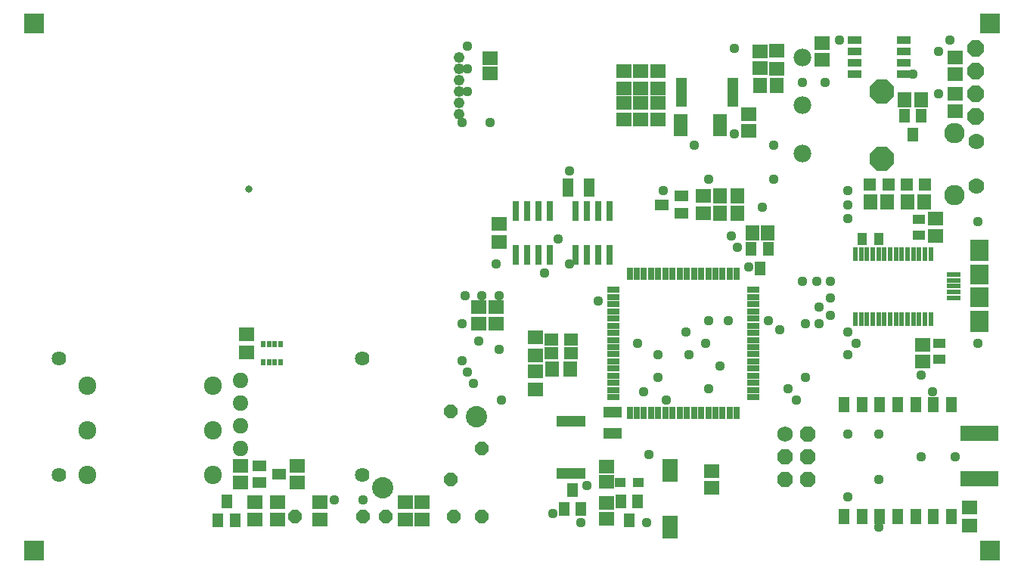
<source format=gbs>
G75*
G70*
%OFA0B0*%
%FSLAX24Y24*%
%IPPOS*%
%LPD*%
%AMOC8*
5,1,8,0,0,1.08239X$1,22.5*
%
%ADD10C,0.0316*%
%ADD11R,0.1680X0.0680*%
%ADD12R,0.0592X0.0710*%
%ADD13R,0.0710X0.0592*%
%ADD14R,0.0550X0.0300*%
%ADD15R,0.0300X0.0550*%
%ADD16R,0.0671X0.0592*%
%ADD17R,0.0552X0.0395*%
%ADD18R,0.0395X0.0552*%
%ADD19R,0.0217X0.0630*%
%ADD20R,0.0631X0.0237*%
%ADD21R,0.0828X0.0867*%
%ADD22R,0.0828X0.0946*%
%ADD23R,0.0552X0.0552*%
%ADD24OC8,0.0740*%
%ADD25R,0.0592X0.0671*%
%ADD26R,0.0710X0.0986*%
%ADD27OC8,0.0600*%
%ADD28R,0.0474X0.0631*%
%ADD29R,0.0474X0.0395*%
%ADD30R,0.0631X0.0474*%
%ADD31R,0.0474X0.0671*%
%ADD32C,0.0940*%
%ADD33C,0.0702*%
%ADD34C,0.0612*%
%ADD35R,0.0218X0.0277*%
%ADD36R,0.0592X0.0356*%
%ADD37C,0.0900*%
%ADD38C,0.0700*%
%ADD39OC8,0.1080*%
%ADD40R,0.0630X0.0190*%
%ADD41C,0.0477*%
%ADD42C,0.0680*%
%ADD43OC8,0.0680*%
%ADD44R,0.0300X0.0860*%
%ADD45R,0.0828X0.0513*%
%ADD46R,0.0631X0.0552*%
%ADD47R,0.0474X0.1261*%
%ADD48R,0.1261X0.0474*%
%ADD49R,0.0290X0.0860*%
%ADD50R,0.0513X0.0828*%
%ADD51C,0.0780*%
%ADD52C,0.0437*%
%ADD53R,0.0867X0.0867*%
%ADD54C,0.0640*%
D10*
X010423Y017264D03*
D11*
X042632Y006476D03*
X042632Y004476D03*
D12*
X024599Y009316D03*
X023812Y009316D03*
D13*
X023081Y009210D03*
X023081Y009922D03*
X023081Y010710D03*
X023081Y008422D03*
X017331Y003460D03*
X017331Y002672D03*
X013581Y002672D03*
X013581Y003460D03*
X011706Y003460D03*
X011706Y002672D03*
X010331Y010047D03*
X010331Y010835D03*
X021456Y014922D03*
X021456Y015710D03*
X028456Y021672D03*
X028456Y022460D03*
X033706Y022547D03*
X033706Y023335D03*
X040706Y015960D03*
X040706Y015172D03*
X042206Y003210D03*
X042206Y002422D03*
D14*
X032652Y008079D03*
X032652Y008394D03*
X032652Y008709D03*
X032652Y009024D03*
X032652Y009339D03*
X032652Y009653D03*
X032652Y009968D03*
X032652Y010283D03*
X032652Y010598D03*
X032652Y010913D03*
X032652Y011228D03*
X032652Y011543D03*
X032652Y011858D03*
X032652Y012173D03*
X032652Y012488D03*
X032652Y012803D03*
X026510Y012803D03*
X026510Y012488D03*
X026510Y012173D03*
X026510Y011858D03*
X026510Y011543D03*
X026510Y011228D03*
X026510Y010913D03*
X026510Y010598D03*
X026510Y010283D03*
X026510Y009968D03*
X026510Y009653D03*
X026510Y009339D03*
X026510Y009024D03*
X026510Y008709D03*
X026510Y008394D03*
X026510Y008079D03*
D15*
X027218Y007370D03*
X027533Y007370D03*
X027848Y007370D03*
X028163Y007370D03*
X028478Y007370D03*
X028793Y007370D03*
X029108Y007370D03*
X029423Y007370D03*
X029738Y007370D03*
X030053Y007370D03*
X030368Y007370D03*
X030683Y007370D03*
X030998Y007370D03*
X031313Y007370D03*
X031628Y007370D03*
X031943Y007370D03*
X031943Y013512D03*
X031628Y013512D03*
X031313Y013512D03*
X030998Y013512D03*
X030683Y013512D03*
X030368Y013512D03*
X030053Y013512D03*
X029738Y013512D03*
X029423Y013512D03*
X029108Y013512D03*
X028793Y013512D03*
X028478Y013512D03*
X028163Y013512D03*
X027848Y013512D03*
X027533Y013512D03*
X027218Y013512D03*
D16*
X030456Y016192D03*
X030456Y016940D03*
X032456Y019817D03*
X032456Y020565D03*
X032956Y022567D03*
X032956Y023315D03*
X035706Y022942D03*
X035706Y023690D03*
X041581Y023065D03*
X041581Y022317D03*
X041581Y021440D03*
X041581Y020692D03*
X028456Y021065D03*
X027706Y021065D03*
X026956Y021065D03*
X026956Y021692D03*
X027706Y021692D03*
X027706Y022440D03*
X026956Y022440D03*
X026956Y020317D03*
X027706Y020317D03*
X028456Y020317D03*
X021081Y022356D03*
X021081Y023026D03*
X021331Y012065D03*
X020581Y012065D03*
X020581Y011317D03*
X021331Y011317D03*
X012581Y005065D03*
X012581Y004317D03*
X010706Y003440D03*
X010706Y002692D03*
X010081Y004317D03*
X010081Y005065D03*
X018081Y003440D03*
X018081Y002692D03*
X026206Y002731D03*
X026206Y003401D03*
X026206Y004356D03*
X026206Y005026D03*
X030831Y004815D03*
X030831Y004067D03*
X040116Y009641D03*
X040116Y010389D03*
D17*
X040882Y010456D03*
X040882Y009747D03*
X039956Y015212D03*
X039956Y015920D03*
D18*
X038185Y015066D03*
X037476Y015066D03*
D19*
X037423Y014380D03*
X037167Y014380D03*
X037679Y014380D03*
X037935Y014380D03*
X038191Y014380D03*
X038447Y014380D03*
X038703Y014380D03*
X038959Y014380D03*
X039215Y014380D03*
X039470Y014380D03*
X039726Y014380D03*
X039982Y014380D03*
X040238Y014380D03*
X040494Y014380D03*
X040494Y011502D03*
X040238Y011502D03*
X039982Y011502D03*
X039726Y011502D03*
X039470Y011502D03*
X039215Y011502D03*
X038959Y011502D03*
X038703Y011502D03*
X038447Y011502D03*
X038191Y011502D03*
X037935Y011502D03*
X037679Y011502D03*
X037423Y011502D03*
X037167Y011502D03*
D20*
X041510Y012465D03*
X041510Y012720D03*
X041510Y012976D03*
X041510Y013232D03*
X041510Y013488D03*
D21*
X042632Y013468D03*
X042632Y012484D03*
D22*
X042632Y011402D03*
X042632Y014551D03*
D23*
X040244Y017441D03*
X039417Y017441D03*
X038619Y017441D03*
X037792Y017441D03*
D24*
X042456Y020441D03*
X042456Y021441D03*
X042456Y022441D03*
X042456Y023441D03*
D25*
X040080Y021191D03*
X039332Y021191D03*
X033705Y021816D03*
X032957Y021816D03*
X031955Y016941D03*
X031207Y016941D03*
X031207Y016191D03*
X031955Y016191D03*
X032621Y015316D03*
X033290Y015316D03*
X037832Y016691D03*
X038580Y016691D03*
X039457Y016691D03*
X040205Y016691D03*
D26*
X029007Y004841D03*
X029007Y002361D03*
D27*
X020706Y002816D03*
X019456Y002816D03*
X019331Y004441D03*
X020706Y005816D03*
X019331Y007441D03*
X016456Y002816D03*
X015456Y002816D03*
X012456Y002816D03*
D28*
X009830Y002633D03*
X009082Y002633D03*
X009456Y003499D03*
X024332Y003133D03*
X025080Y003133D03*
X024706Y003999D03*
X026832Y003499D03*
X027580Y003499D03*
X027206Y002633D03*
X032956Y013758D03*
X033330Y014624D03*
X032582Y014624D03*
X039706Y019633D03*
X040080Y020499D03*
X039332Y020499D03*
D29*
X027599Y004316D03*
X026812Y004316D03*
D30*
X011764Y004691D03*
X010898Y005065D03*
X010898Y004317D03*
X029514Y016192D03*
X028648Y016566D03*
X029514Y016940D03*
D31*
X036672Y007765D03*
X037460Y007765D03*
X038247Y007765D03*
X039034Y007765D03*
X039822Y007765D03*
X040609Y007765D03*
X041397Y007765D03*
X041397Y002804D03*
X040609Y002804D03*
X039822Y002804D03*
X039034Y002804D03*
X038247Y002804D03*
X037460Y002804D03*
X036672Y002804D03*
D32*
X020452Y007227D03*
X016318Y004074D03*
D33*
X008799Y004625D02*
X008799Y004703D01*
X008877Y004703D01*
X008877Y004625D01*
X008799Y004625D01*
X008800Y006593D02*
X008800Y006671D01*
X008878Y006671D01*
X008878Y006593D01*
X008800Y006593D01*
X008800Y008561D02*
X008800Y008639D01*
X008878Y008639D01*
X008878Y008561D01*
X008800Y008561D01*
X003257Y008563D02*
X003257Y008641D01*
X003335Y008641D01*
X003335Y008563D01*
X003257Y008563D01*
X003255Y006668D02*
X003255Y006590D01*
X003255Y006668D02*
X003333Y006668D01*
X003333Y006590D01*
X003255Y006590D01*
X003260Y004702D02*
X003260Y004624D01*
X003260Y004702D02*
X003338Y004702D01*
X003338Y004624D01*
X003260Y004624D01*
D34*
X010019Y005769D02*
X010087Y005769D01*
X010019Y005769D02*
X010019Y005837D01*
X010087Y005837D01*
X010087Y005769D01*
X010087Y006769D02*
X010019Y006769D01*
X010019Y006837D01*
X010087Y006837D01*
X010087Y006769D01*
X010087Y007769D02*
X010019Y007769D01*
X010019Y007837D01*
X010087Y007837D01*
X010087Y007769D01*
X010087Y008769D02*
X010019Y008769D01*
X010019Y008837D01*
X010087Y008837D01*
X010087Y008769D01*
D35*
X011068Y009615D03*
X011324Y009615D03*
X011580Y009615D03*
X011836Y009615D03*
X011836Y010422D03*
X011580Y010422D03*
X011324Y010422D03*
X011068Y010422D03*
D36*
X037123Y022316D03*
X037123Y022816D03*
X037123Y023316D03*
X037123Y023816D03*
X039288Y023816D03*
X039288Y023316D03*
X039288Y022816D03*
X039288Y022316D03*
D37*
X041523Y019729D03*
X041523Y016973D03*
D38*
X042507Y017367D03*
X042507Y019336D03*
D39*
X038331Y018586D03*
X038331Y021546D03*
D40*
X031191Y020456D03*
X031191Y020266D03*
X031191Y020066D03*
X031191Y019866D03*
X031191Y019676D03*
X029471Y019676D03*
X029471Y019866D03*
X029471Y020066D03*
X029471Y020266D03*
X029471Y020456D03*
D41*
X019706Y020566D03*
X019706Y021066D03*
X019706Y021566D03*
X019706Y022066D03*
X019706Y022566D03*
X019706Y023066D03*
D42*
X034064Y006450D03*
D43*
X035064Y006450D03*
X035064Y005450D03*
X034064Y005450D03*
X034064Y004450D03*
X035064Y004450D03*
D44*
X023706Y014346D03*
X023206Y014346D03*
X022706Y014346D03*
X022206Y014346D03*
X022206Y016286D03*
X022706Y016286D03*
X023206Y016286D03*
X023706Y016286D03*
D45*
X026456Y007413D03*
X026456Y006468D03*
D46*
X024639Y010001D03*
X023773Y010001D03*
X023773Y010631D03*
X024639Y010631D03*
D47*
X029494Y021522D03*
X031777Y021522D03*
D48*
X024625Y007013D03*
X024625Y004729D03*
D49*
X024831Y014346D03*
X025331Y014346D03*
X025831Y014346D03*
X026331Y014346D03*
X026331Y016286D03*
X025831Y016286D03*
X025331Y016286D03*
X024831Y016286D03*
D50*
X024483Y017316D03*
X025428Y017316D03*
D51*
X034831Y018816D03*
X034831Y020941D03*
X034831Y023066D03*
D52*
X034831Y021941D03*
X035831Y021941D03*
X036456Y023816D03*
X039706Y022316D03*
X040831Y021441D03*
X040831Y023316D03*
X041331Y023816D03*
X033581Y019191D03*
X031831Y019676D03*
X031831Y019691D03*
X030081Y019191D03*
X030706Y017691D03*
X028706Y017191D03*
X031706Y015191D03*
X031956Y014691D03*
X032456Y013816D03*
X034831Y013191D03*
X035456Y013191D03*
X036081Y013191D03*
X036081Y012441D03*
X035581Y012066D03*
X036081Y011691D03*
X035581Y011316D03*
X034956Y011316D03*
X033831Y011066D03*
X033331Y011441D03*
X031581Y011441D03*
X030706Y011441D03*
X029706Y010941D03*
X030581Y010441D03*
X029831Y009941D03*
X028456Y009941D03*
X027581Y010441D03*
X028456Y008941D03*
X027831Y008316D03*
X028831Y007941D03*
X030706Y008441D03*
X031206Y009441D03*
X034206Y008441D03*
X034581Y007941D03*
X034956Y008941D03*
X036831Y009941D03*
X037206Y010441D03*
X036831Y010941D03*
X040081Y009066D03*
X040581Y008316D03*
X042581Y010441D03*
X038206Y006441D03*
X036831Y006441D03*
X038206Y004441D03*
X036831Y003691D03*
X038206Y002357D03*
X040081Y005441D03*
X041581Y005441D03*
X028081Y005566D03*
X025331Y004191D03*
X023831Y002941D03*
X025081Y002566D03*
X027956Y002566D03*
X021581Y007941D03*
X020331Y008691D03*
X020081Y009191D03*
X019831Y009691D03*
X021456Y010191D03*
X020581Y010566D03*
X019831Y011316D03*
X019956Y012566D03*
X020706Y012566D03*
X021456Y012565D03*
X023456Y013566D03*
X024581Y013941D03*
X024081Y015066D03*
X021331Y013941D03*
X025831Y012316D03*
X033081Y016441D03*
X033581Y017691D03*
X036831Y017191D03*
X036831Y016566D03*
X036831Y015941D03*
X042581Y015816D03*
X031831Y023441D03*
X024581Y018066D03*
X021081Y020191D03*
X019831Y020191D03*
X020081Y021566D03*
X020081Y022566D03*
X020081Y023566D03*
X015456Y003566D03*
X014206Y003566D03*
D53*
X000974Y001319D03*
X000974Y024547D03*
X043100Y024547D03*
X043100Y001319D03*
D54*
X015443Y004665D03*
X015443Y009783D03*
X002057Y009783D03*
X002057Y004665D03*
M02*

</source>
